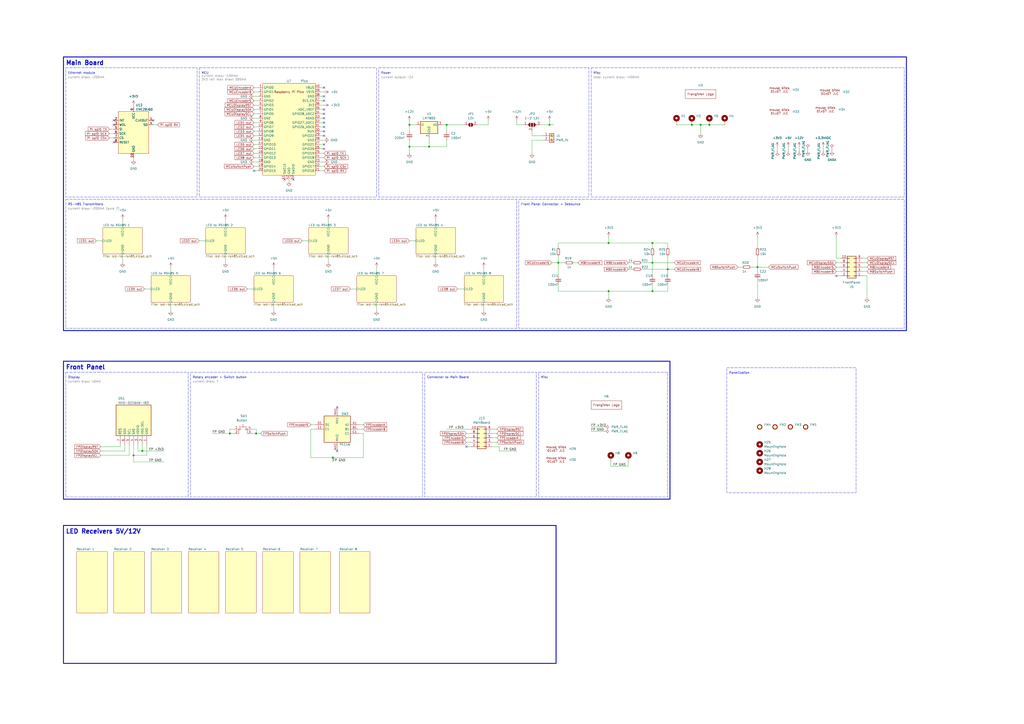
<source format=kicad_sch>
(kicad_sch (version 20230121) (generator eeschema)
  (paper "A2")
  (title_block (title "RP2040 LED Board") (date "2024-01-04") (rev "2") (company "Frangitron"))
  (junction (at 411.48 72.39))
  (junction (at 406.4 72.39))
  (junction (at 248.92 85.09))
  (junction (at 387.35 156.21))
  (junction (at 148.59 251.46))
  (junction (at 237.49 85.09))
  (junction (at 323.85 152.4))
  (junction (at 353.06 168.91))
  (junction (at 259.08 72.39))
  (junction (at 378.46 152.4))
  (junction (at 401.32 72.39))
  (junction (at 133.35 251.46))
  (junction (at 77.47 264.16))
  (junction (at 439.42 154.94))
  (junction (at 378.46 168.91))
  (junction (at 353.06 140.97))
  (junction (at 193.04 265.43))
  (junction (at 82.55 261.62))
  (junction (at 318.77 72.39))
  (junction (at 237.49 72.39))
  (junction (at 378.46 140.97))
  (no_connect (at 195.58 236.22))
  (no_connect (at 66.04 69.85))
  (no_connect (at 187.96 83.82))
  (no_connect (at 187.96 73.66))
  (no_connect (at 187.96 50.8))
  (no_connect (at 187.96 68.58))
  (no_connect (at 187.96 58.42))
  (no_connect (at 195.58 261.62))
  (no_connect (at 187.96 55.88))
  (no_connect (at 187.96 78.74))
  (no_connect (at 187.96 86.36))
  (no_connect (at 66.04 72.39))
  (no_connect (at 88.9 69.85))
  (no_connect (at 187.96 63.5))
  (no_connect (at 66.04 82.55))
  (no_connect (at 170.18 104.14))
  (no_connect (at 165.1 104.14))
  (no_connect (at 147.32 99.06))
  (no_connect (at 187.96 76.2))
  (no_connect (at 187.96 71.12))
  (no_connect (at 485.14 160.02))
  (no_connect (at 270.51 259.08))
  (no_connect (at 187.96 66.04))
  (wire (pts (xy 237.49 85.09) (xy 248.92 85.09)))
  (wire (pts (xy 439.42 137.16) (xy 439.42 143.51)))
  (wire (pts (xy 175.26 139.7) (xy 179.07 139.7)))
  (wire (pts (xy 148.59 251.46) (xy 146.05 251.46)))
  (wire (pts (xy 193.04 265.43) (xy 210.82 265.43)))
  (wire (pts (xy 411.48 72.39) (xy 420.37 72.39)))
  (wire (pts (xy 265.43 167.64) (xy 269.24 167.64)))
  (wire (pts (xy 482.6 86.36) (xy 482.6 87.63)))
  (wire (pts (xy 289.56 261.62) (xy 299.72 261.62)))
  (wire (pts (xy 364.49 270.51) (xy 354.33 270.51)))
  (wire (pts (xy 318.77 69.85) (xy 318.77 72.39)))
  (wire (pts (xy 392.43 72.39) (xy 401.32 72.39)))
  (wire (pts (xy 285.75 248.92) (xy 288.29 248.92)))
  (wire (pts (xy 182.88 248.92) (xy 180.34 248.92)))
  (wire (pts (xy 237.49 139.7) (xy 241.3 139.7)))
  (wire (pts (xy 71.12 147.32) (xy 71.12 152.4)))
  (wire (pts (xy 147.32 53.34) (xy 149.86 53.34)))
  (wire (pts (xy 180.34 265.43) (xy 193.04 265.43)))
  (wire (pts (xy 151.13 251.46) (xy 148.59 251.46)))
  (wire (pts (xy 147.32 66.04) (xy 149.86 66.04)))
  (wire (pts (xy 500.38 154.94) (xy 502.92 154.94)))
  (wire (pts (xy 299.72 72.39) (xy 303.53 72.39)))
  (wire (pts (xy 378.46 168.91) (xy 378.46 165.1)))
  (wire (pts (xy 88.9 72.39) (xy 91.44 72.39)))
  (wire (pts (xy 185.42 86.36) (xy 187.96 86.36)))
  (wire (pts (xy 285.75 256.54) (xy 288.29 256.54)))
  (wire (pts (xy 185.42 76.2) (xy 187.96 76.2)))
  (wire (pts (xy 185.42 60.96) (xy 187.96 60.96)))
  (wire (pts (xy 487.68 160.02) (xy 485.14 160.02)))
  (wire (pts (xy 130.81 127) (xy 130.81 132.08)))
  (wire (pts (xy 147.32 96.52) (xy 149.86 96.52)))
  (wire (pts (xy 143.51 167.64) (xy 147.32 167.64)))
  (wire (pts (xy 378.46 148.59) (xy 378.46 152.4)))
  (wire (pts (xy 158.75 175.26) (xy 158.75 180.34)))
  (wire (pts (xy 485.14 154.94) (xy 487.68 154.94)))
  (wire (pts (xy 77.47 267.97) (xy 95.25 267.97)))
  (wire (pts (xy 185.42 53.34) (xy 187.96 53.34)))
  (wire (pts (xy 58.42 261.62) (xy 72.39 261.62)))
  (wire (pts (xy 378.46 140.97) (xy 378.46 143.51)))
  (wire (pts (xy 270.51 256.54) (xy 273.05 256.54)))
  (wire (pts (xy 185.42 66.04) (xy 187.96 66.04)))
  (wire (pts (xy 500.38 160.02) (xy 502.92 160.02)))
  (wire (pts (xy 401.32 72.39) (xy 406.4 72.39)))
  (wire (pts (xy 82.55 257.81) (xy 82.55 261.62)))
  (wire (pts (xy 218.44 154.94) (xy 218.44 160.02)))
  (wire (pts (xy 252.73 147.32) (xy 252.73 152.4)))
  (wire (pts (xy 218.44 175.26) (xy 218.44 180.34)))
  (wire (pts (xy 342.9 247.65) (xy 350.52 247.65)))
  (wire (pts (xy 208.28 248.92) (xy 210.82 248.92)))
  (wire (pts (xy 256.54 72.39) (xy 259.08 72.39)))
  (wire (pts (xy 308.61 81.28) (xy 314.96 81.28)))
  (wire (pts (xy 406.4 72.39) (xy 406.4 77.47)))
  (wire (pts (xy 147.32 88.9) (xy 149.86 88.9)))
  (wire (pts (xy 439.42 154.94) (xy 435.61 154.94)))
  (wire (pts (xy 185.42 93.98) (xy 187.96 93.98)))
  (wire (pts (xy 208.28 246.38) (xy 210.82 246.38)))
  (wire (pts (xy 270.51 251.46) (xy 273.05 251.46)))
  (wire (pts (xy 115.57 139.7) (xy 119.38 139.7)))
  (wire (pts (xy 270.51 254) (xy 273.05 254)))
  (wire (pts (xy 353.06 168.91) (xy 378.46 168.91)))
  (wire (pts (xy 485.14 137.16) (xy 485.14 149.86)))
  (wire (pts (xy 468.63 86.36) (xy 468.63 87.63)))
  (wire (pts (xy 77.47 91.44) (xy 77.47 92.71)))
  (wire (pts (xy 372.11 152.4) (xy 378.46 152.4)))
  (wire (pts (xy 210.82 265.43) (xy 210.82 251.46)))
  (wire (pts (xy 353.06 168.91) (xy 353.06 172.72)))
  (wire (pts (xy 185.42 73.66) (xy 187.96 73.66)))
  (wire (pts (xy 364.49 267.97) (xy 364.49 270.51)))
  (wire (pts (xy 147.32 58.42) (xy 149.86 58.42)))
  (wire (pts (xy 342.9 250.19) (xy 350.52 250.19)))
  (wire (pts (xy 185.42 96.52) (xy 187.96 96.52)))
  (wire (pts (xy 323.85 140.97) (xy 353.06 140.97)))
  (wire (pts (xy 147.32 68.58) (xy 149.86 68.58)))
  (wire (pts (xy 237.49 69.85) (xy 237.49 72.39)))
  (wire (pts (xy 185.42 68.58) (xy 187.96 68.58)))
  (wire (pts (xy 147.32 81.28) (xy 149.86 81.28)))
  (wire (pts (xy 439.42 154.94) (xy 445.77 154.94)))
  (wire (pts (xy 332.74 152.4) (xy 335.28 152.4)))
  (wire (pts (xy 185.42 83.82) (xy 187.96 83.82)))
  (wire (pts (xy 147.32 86.36) (xy 149.86 86.36)))
  (wire (pts (xy 85.09 264.16) (xy 85.09 257.81)))
  (wire (pts (xy 259.08 248.92) (xy 273.05 248.92)))
  (wire (pts (xy 259.08 72.39) (xy 259.08 76.2)))
  (wire (pts (xy 185.42 99.06) (xy 187.96 99.06)))
  (wire (pts (xy 180.34 248.92) (xy 180.34 265.43)))
  (wire (pts (xy 193.04 267.97) (xy 193.04 265.43)))
  (wire (pts (xy 323.85 148.59) (xy 323.85 152.4)))
  (wire (pts (xy 135.89 248.92) (xy 133.35 248.92)))
  (wire (pts (xy 378.46 152.4) (xy 391.16 152.4)))
  (wire (pts (xy 439.42 148.59) (xy 439.42 154.94)))
  (wire (pts (xy 427.99 154.94) (xy 430.53 154.94)))
  (wire (pts (xy 190.5 147.32) (xy 190.5 152.4)))
  (wire (pts (xy 280.67 154.94) (xy 280.67 160.02)))
  (wire (pts (xy 308.61 76.2) (xy 308.61 78.74)))
  (wire (pts (xy 147.32 78.74) (xy 149.86 78.74)))
  (wire (pts (xy 299.72 69.85) (xy 299.72 72.39)))
  (wire (pts (xy 99.06 175.26) (xy 99.06 180.34)))
  (wire (pts (xy 123.19 251.46) (xy 133.35 251.46)))
  (wire (pts (xy 285.75 254) (xy 288.29 254)))
  (wire (pts (xy 185.42 81.28) (xy 187.96 81.28)))
  (wire (pts (xy 147.32 50.8) (xy 149.86 50.8)))
  (wire (pts (xy 77.47 62.23) (xy 77.47 60.96)))
  (wire (pts (xy 320.04 152.4) (xy 323.85 152.4)))
  (wire (pts (xy 185.42 55.88) (xy 187.96 55.88)))
  (wire (pts (xy 210.82 251.46) (xy 208.28 251.46)))
  (wire (pts (xy 285.75 251.46) (xy 288.29 251.46)))
  (wire (pts (xy 387.35 156.21) (xy 387.35 160.02)))
  (wire (pts (xy 74.93 264.16) (xy 74.93 257.81)))
  (wire (pts (xy 308.61 78.74) (xy 314.96 78.74)))
  (wire (pts (xy 439.42 154.94) (xy 439.42 157.48)))
  (wire (pts (xy 69.85 257.81) (xy 69.85 259.08)))
  (wire (pts (xy 387.35 140.97) (xy 378.46 140.97)))
  (wire (pts (xy 185.42 58.42) (xy 187.96 58.42)))
  (wire (pts (xy 252.73 127) (xy 252.73 132.08)))
  (wire (pts (xy 180.34 246.38) (xy 182.88 246.38)))
  (wire (pts (xy 259.08 72.39) (xy 269.24 72.39)))
  (wire (pts (xy 190.5 127) (xy 190.5 132.08)))
  (wire (pts (xy 500.38 152.4) (xy 502.92 152.4)))
  (wire (pts (xy 72.39 261.62) (xy 72.39 257.81)))
  (wire (pts (xy 259.08 81.28) (xy 259.08 85.09)))
  (wire (pts (xy 147.32 99.06) (xy 149.86 99.06)))
  (wire (pts (xy 58.42 264.16) (xy 74.93 264.16)))
  (wire (pts (xy 167.64 104.14) (xy 167.64 105.41)))
  (wire (pts (xy 69.85 259.08) (xy 58.42 259.08)))
  (wire (pts (xy 248.92 80.01) (xy 248.92 85.09)))
  (wire (pts (xy 502.92 160.02) (xy 502.92 172.72)))
  (wire (pts (xy 406.4 72.39) (xy 411.48 72.39)))
  (wire (pts (xy 463.55 85.09) (xy 463.55 87.63)))
  (wire (pts (xy 147.32 55.88) (xy 149.86 55.88)))
  (wire (pts (xy 80.01 261.62) (xy 80.01 257.81)))
  (wire (pts (xy 308.61 81.28) (xy 308.61 88.9)))
  (wire (pts (xy 185.42 91.44) (xy 187.96 91.44)))
  (wire (pts (xy 82.55 261.62) (xy 95.25 261.62)))
  (wire (pts (xy 323.85 168.91) (xy 353.06 168.91)))
  (wire (pts (xy 55.88 139.7) (xy 59.69 139.7)))
  (wire (pts (xy 387.35 143.51) (xy 387.35 140.97)))
  (wire (pts (xy 500.38 149.86) (xy 502.92 149.86)))
  (wire (pts (xy 71.12 127) (xy 71.12 132.08)))
  (wire (pts (xy 323.85 165.1) (xy 323.85 168.91)))
  (wire (pts (xy 148.59 248.92) (xy 148.59 251.46)))
  (wire (pts (xy 387.35 165.1) (xy 387.35 168.91)))
  (wire (pts (xy 147.32 63.5) (xy 149.86 63.5)))
  (wire (pts (xy 203.2 167.64) (xy 207.01 167.64)))
  (wire (pts (xy 237.49 81.28) (xy 237.49 85.09)))
  (wire (pts (xy 63.5 77.47) (xy 66.04 77.47)))
  (wire (pts (xy 387.35 168.91) (xy 378.46 168.91)))
  (wire (pts (xy 83.82 167.64) (xy 87.63 167.64)))
  (wire (pts (xy 387.35 156.21) (xy 391.16 156.21)))
  (wire (pts (xy 147.32 93.98) (xy 149.86 93.98)))
  (wire (pts (xy 130.81 147.32) (xy 130.81 152.4)))
  (wire (pts (xy 248.92 85.09) (xy 259.08 85.09)))
  (wire (pts (xy 133.35 248.92) (xy 133.35 251.46)))
  (wire (pts (xy 485.14 152.4) (xy 487.68 152.4)))
  (wire (pts (xy 63.5 80.01) (xy 66.04 80.01)))
  (wire (pts (xy 372.11 156.21) (xy 387.35 156.21)))
  (wire (pts (xy 353.06 137.16) (xy 353.06 140.97)))
  (wire (pts (xy 147.32 60.96) (xy 149.86 60.96)))
  (wire (pts (xy 82.55 261.62) (xy 80.01 261.62)))
  (wire (pts (xy 77.47 264.16) (xy 77.47 267.97)))
  (wire (pts (xy 147.32 71.12) (xy 149.86 71.12)))
  (wire (pts (xy 99.06 154.94) (xy 99.06 160.02)))
  (wire (pts (xy 280.67 175.26) (xy 280.67 180.34)))
  (wire (pts (xy 237.49 72.39) (xy 241.3 72.39)))
  (wire (pts (xy 289.56 261.62) (xy 289.56 259.08)))
  (wire (pts (xy 147.32 76.2) (xy 149.86 76.2)))
  (wire (pts (xy 323.85 152.4) (xy 327.66 152.4)))
  (wire (pts (xy 500.38 157.48) (xy 502.92 157.48)))
  (wire (pts (xy 450.85 85.09) (xy 450.85 87.63)))
  (wire (pts (xy 387.35 148.59) (xy 387.35 156.21)))
  (wire (pts (xy 147.32 73.66) (xy 149.86 73.66)))
  (wire (pts (xy 185.42 78.74) (xy 187.96 78.74)))
  (wire (pts (xy 63.5 74.93) (xy 66.04 74.93)))
  (wire (pts (xy 283.21 72.39) (xy 276.86 72.39)))
  (wire (pts (xy 323.85 143.51) (xy 323.85 140.97)))
  (wire (pts (xy 439.42 162.56) (xy 439.42 172.72)))
  (wire (pts (xy 146.05 248.92) (xy 148.59 248.92)))
  (wire (pts (xy 158.75 154.94) (xy 158.75 160.02)))
  (wire (pts (xy 378.46 152.4) (xy 378.46 160.02)))
  (wire (pts (xy 318.77 72.39) (xy 321.31 72.39)))
  (wire (pts (xy 237.49 72.39) (xy 237.49 76.2)))
  (wire (pts (xy 485.14 157.48) (xy 487.68 157.48)))
  (wire (pts (xy 77.47 257.81) (xy 77.47 264.16)))
  (wire (pts (xy 283.21 69.85) (xy 283.21 72.39)))
  (wire (pts (xy 477.52 85.09) (xy 477.52 87.63)))
  (wire (pts (xy 185.42 88.9) (xy 187.96 88.9)))
  (wire (pts (xy 85.09 264.16) (xy 77.47 264.16)))
  (wire (pts (xy 147.32 91.44) (xy 149.86 91.44)))
  (wire (pts (xy 147.32 83.82) (xy 149.86 83.82)))
  (wire (pts (xy 354.33 270.51) (xy 354.33 267.97)))
  (wire (pts (xy 185.42 71.12) (xy 187.96 71.12)))
  (wire (pts (xy 185.42 63.5) (xy 187.96 63.5)))
  (wire (pts (xy 323.85 152.4) (xy 323.85 160.02)))
  (wire (pts (xy 353.06 140.97) (xy 378.46 140.97)))
  (wire (pts (xy 313.69 72.39) (xy 318.77 72.39)))
  (wire (pts (xy 273.05 259.08) (xy 270.51 259.08)))
  (wire (pts (xy 133.35 251.46) (xy 135.89 251.46)))
  (wire (pts (xy 364.49 152.4) (xy 367.03 152.4)))
  (wire (pts (xy 185.42 50.8) (xy 187.96 50.8)))
  (wire (pts (xy 285.75 259.08) (xy 289.56 259.08)))
  (wire (pts (xy 485.14 149.86) (xy 487.68 149.86)))
  (wire (pts (xy 364.49 156.21) (xy 367.03 156.21)))
  (wire (pts (xy 237.49 85.09) (xy 237.49 88.9)))
  (wire (pts (xy 457.2 85.09) (xy 457.2 87.63)))
  (rectangle (start 36.83 304.8) (end 322.58 384.81) (stroke (width 0.5)))
  (rectangle (start 115.57 39.37) (end 218.44 114.3) (stroke (width 0) (type dash)))
  (rectangle (start 246.38 215.9) (end 311.15 288.29) (stroke (width 0) (type dash)))
  (rectangle (start 110.49 215.9) (end 245.11 288.29) (stroke (width 0) (type dash)))
  (rectangle (start 38.1 39.37) (end 114.3 114.3) (stroke (width 0) (type dash)))
  (rectangle (start 38.1 215.9) (end 109.22 288.29) (stroke (width 0) (type dash)))
  (rectangle (start 36.83 33.02) (end 525.78 191.77) (stroke (width 0.5)))
  (rectangle (start 312.42 215.9) (end 387.35 288.29) (stroke (width 0) (type dash)))
  (rectangle (start 342.9 39.37) (end 524.51 114.3) (stroke (width 0) (type dash)))
  (rectangle (start 36.83 209.55) (end 388.62 289.56) (stroke (width 0.5)))
  (rectangle (start 219.71 39.37) (end 341.63 114.3) (stroke (width 0) (type dash)))
  (rectangle (start 300.99 115.57) (end 524.51 190.5) (stroke (width 0) (type dash)))
  (rectangle (start 421.64 213.36) (end 496.57 285.75) (stroke (width 0) (type dash)))
  (rectangle (start 38.1 115.57) (end 299.72 190.5) (stroke (width 0) (type dash)))
  (text "current draw: ?" (at 111.76 222.25 0) (effects (font (size 1.27 1.27)) (justify left bottom)))
  (text "current draw: ~200mA (sure ?)" (at 39.37 121.92 0) (effects (font (size 1.27 1.27)) (justify left bottom)))
  (text "Front Panel Connector + Debounce" (at 302.26 119.38 0) (effects (font (size 1.27 1.27)) (justify left bottom)))
  (text "total current draw: ~400mA" (at 344.17 45.72 0) (effects (font (size 1.27 1.27)) (justify left bottom)))
  (text "Misc" (at 344.17 43.18 0) (effects (font (size 1.27 1.27)) (justify left bottom)))
  (text "MCU" (at 116.84 43.18 0) (effects (font (size 1.27 1.27)) (justify left bottom)))
  (text "current draw: 40mA" (at 39.37 222.25 0) (effects (font (size 1.27 1.27)) (justify left bottom)))
  (text "Panelization" (at 422.91 217.17 0) (effects (font (size 1.27 1.27)) (justify left bottom)))
  (text "Connector to Main Board" (at 247.65 219.71 0) (effects (font (size 1.27 1.27)) (justify left bottom)))
  (text "Ethernet module" (at 39.37 43.18 0) (effects (font (size 1.27 1.27)) (justify left bottom)))
  (text "Front Panel" (at 38.1 214.63 0) (effects (font (size 2.54 2.54) (thickness 0.508) bold) (justify left bottom)))
  (text "Rotary encoder + Switch button" (at 111.76 219.71 0) (effects (font (size 1.27 1.27)) (justify left bottom)))
  (text "current draw: ~100mA\n3V3 rail max draw: 300mA" (at 116.84 46.99 0) (effects (font (size 1.27 1.27)) (justify left bottom)))
  (text "LED Receivers 5V/12V" (at 38.1 309.88 0) (effects (font (size 2.54 2.54) (thickness 0.508) bold) (justify left bottom)))
  (text "current draw: ~200mA" (at 39.37 45.72 0) (effects (font (size 1.27 1.27)) (justify left bottom)))
  (text "Main Board" (at 38.1 38.1 0) (effects (font (size 2.54 2.54) (thickness 0.508) bold) (justify left bottom)))
  (text "Power" (at 220.98 43.18 0) (effects (font (size 1.27 1.27)) (justify left bottom)))
  (text "RS-485 Transmitters" (at 39.37 119.38 0) (effects (font (size 1.27 1.27)) (justify left bottom)))
  (text "current output: ~1A " (at 220.98 45.72 0) (effects (font (size 1.27 1.27)) (justify left bottom)))
  (text "Misc" (at 313.69 219.71 0) (effects (font (size 1.27 1.27)) (justify left bottom)))
  (text "Display" (at 39.37 219.71 0) (effects (font (size 1.27 1.27)) (justify left bottom)))
  (label "FP GND" (at 123.19 251.46 0))
  (label "FP GND" (at 355.6 270.51 0))
  (label "FP +3V3" (at 342.9 247.65 0))
  (label "FP GND" (at 193.04 267.97 0))
  (label "FP GND" (at 86.36 267.97 0))
  (label "FP GND" (at 292.1 261.62 0))
  (label "FP +3V3" (at 260.35 248.92 0))
  (label "FP GND" (at 342.9 250.19 0))
  (label "FP +3V3" (at 86.36 261.62 0))
  (global_label "LED6 out" (shape input) (at 143.51 167.64 180) (property "Intersheetrefs" "${INTERSHEET_REFS}" (effects hide)))
  (global_label "MCUDisplaySDA" (shape input) (at 147.32 63.5 180) (property "Intersheetrefs" "${INTERSHEET_REFS}" (effects hide)))
  (global_label "MBEncoderS" (shape input) (at 335.28 152.4 0) (property "Intersheetrefs" "${INTERSHEET_REFS}" (effects hide)))
  (global_label "PI spi0 SCK" (shape input) (at 187.96 91.44 0) (property "Intersheetrefs" "${INTERSHEET_REFS}" (effects hide)))
  (global_label "LED7 out" (shape input) (at 203.2 167.64 180) (property "Intersheetrefs" "${INTERSHEET_REFS}" (effects hide)))
  (global_label "PI spi0 TX" (shape input) (at 187.96 88.9 0) (property "Intersheetrefs" "${INTERSHEET_REFS}" (effects hide)))
  (global_label "MCUEncoderB" (shape input) (at 391.16 156.21 0) (property "Intersheetrefs" "${INTERSHEET_REFS}" (effects hide)))
  (global_label "LED5 out" (shape input) (at 147.32 83.82 180) (property "Intersheetrefs" "${INTERSHEET_REFS}" (effects hide)))
  (global_label "LED5 out" (shape input) (at 83.82 167.64 180) (property "Intersheetrefs" "${INTERSHEET_REFS}" (effects hide)))
  (global_label "MCUSwitchPush" (shape input) (at 445.77 154.94 0) (property "Intersheetrefs" "${INTERSHEET_REFS}" (effects hide)))
  (global_label "FPSwitchPush" (shape input) (at 288.29 256.54 0) (property "Intersheetrefs" "${INTERSHEET_REFS}" (effects hide)))
  (global_label "LED4 out" (shape input) (at 147.32 78.74 180) (property "Intersheetrefs" "${INTERSHEET_REFS}" (effects hide)))
  (global_label "MBEncoderA" (shape input) (at 364.49 152.4 180) (property "Intersheetrefs" "${INTERSHEET_REFS}" (effects hide)))
  (global_label "MBEncoderB" (shape input) (at 364.49 156.21 180) (property "Intersheetrefs" "${INTERSHEET_REFS}" (effects hide)))
  (global_label "MBEncoderB" (shape input) (at 485.14 157.48 180) (property "Intersheetrefs" "${INTERSHEET_REFS}" (effects hide)))
  (global_label "FPEncoderS" (shape input) (at 180.34 246.38 180) (property "Intersheetrefs" "${INTERSHEET_REFS}" (effects hide)))
  (global_label "FPDisplaySCL" (shape input) (at 288.29 251.46 0) (property "Intersheetrefs" "${INTERSHEET_REFS}" (effects hide)))
  (global_label "FPEncoderA" (shape input) (at 210.82 246.38 0) (property "Intersheetrefs" "${INTERSHEET_REFS}" (effects hide)))
  (global_label "LED6 out" (shape input) (at 147.32 86.36 180) (property "Intersheetrefs" "${INTERSHEET_REFS}" (effects hide)))
  (global_label "MCUEncoderS" (shape input) (at 320.04 152.4 180) (property "Intersheetrefs" "${INTERSHEET_REFS}" (effects hide)))
  (global_label "FPDisplayRST" (shape input) (at 288.29 248.92 0) (property "Intersheetrefs" "${INTERSHEET_REFS}" (effects hide)))
  (global_label "MBSwitchPush" (shape input) (at 427.99 154.94 180) (property "Intersheetrefs" "${INTERSHEET_REFS}" (effects hide)))
  (global_label "FPEncoderS" (shape input) (at 270.51 254 180) (property "Intersheetrefs" "${INTERSHEET_REFS}" (effects hide)))
  (global_label "FPSwitchPush" (shape input) (at 151.13 251.46 0) (property "Intersheetrefs" "${INTERSHEET_REFS}" (effects hide)))
  (global_label "MCUSwitchPush" (shape input) (at 147.32 96.52 180) (property "Intersheetrefs" "${INTERSHEET_REFS}" (effects hide)))
  (global_label "LED7 out" (shape input) (at 147.32 88.9 180) (property "Intersheetrefs" "${INTERSHEET_REFS}" (effects hide)))
  (global_label "PI spi0 RX" (shape input) (at 91.44 72.39 0) (property "Intersheetrefs" "${INTERSHEET_REFS}" (effects hide)))
  (global_label "MBSwitchPush" (shape input) (at 502.92 157.48 0) (property "Intersheetrefs" "${INTERSHEET_REFS}" (effects hide)))
  (global_label "PI spi0 SCK" (shape input) (at 63.5 77.47 180) (property "Intersheetrefs" "${INTERSHEET_REFS}" (effects hide)))
  (global_label "PI spi0 CSn" (shape input) (at 63.5 80.01 180) (property "Intersheetrefs" "${INTERSHEET_REFS}" (effects hide)))
  (global_label "MCUDisplaySCL" (shape input) (at 502.92 152.4 0) (property "Intersheetrefs" "${INTERSHEET_REFS}" (effects hide)))
  (global_label "PI spi0 CSn" (shape input) (at 187.96 96.52 0) (property "Intersheetrefs" "${INTERSHEET_REFS}" (effects hide)))
  (global_label "LED1 out" (shape input) (at 55.88 139.7 180) (property "Intersheetrefs" "${INTERSHEET_REFS}" (effects hide)))
  (global_label "LED4 out" (shape input) (at 237.49 139.7 180) (property "Intersheetrefs" "${INTERSHEET_REFS}" (effects hide)))
  (global_label "MBEncoderA" (shape input) (at 502.92 154.94 0) (property "Intersheetrefs" "${INTERSHEET_REFS}" (effects hide)))
  (global_label "MCUEncoderB" (shape input) (at 147.32 53.34 180) (property "Intersheetrefs" "${INTERSHEET_REFS}" (effects hide)))
  (global_label "LED2 out" (shape input) (at 147.32 73.66 180) (property "Intersheetrefs" "${INTERSHEET_REFS}" (effects hide)))
  (global_label "MCUDisplayRST" (shape input) (at 147.32 60.96 180) (property "Intersheetrefs" "${INTERSHEET_REFS}" (effects hide)))
  (global_label "LED3 out" (shape input) (at 147.32 76.2 180) (property "Intersheetrefs" "${INTERSHEET_REFS}" (effects hide)))
  (global_label "MCUDisplaySDA" (shape input) (at 485.14 152.4 180) (property "Intersheetrefs" "${INTERSHEET_REFS}" (effects hide)))
  (global_label "MCUDisplaySCL" (shape input) (at 147.32 66.04 180) (property "Intersheetrefs" "${INTERSHEET_REFS}" (effects hide)))
  (global_label "PI spi0 TX" (shape input) (at 63.5 74.93 180) (property "Intersheetrefs" "${INTERSHEET_REFS}" (effects hide)))
  (global_label "FPDisplaySDA" (shape input) (at 58.42 261.62 180) (property "Intersheetrefs" "${INTERSHEET_REFS}" (effects hide)))
  (global_label "FPEncoderB" (shape input) (at 270.51 256.54 180) (property "Intersheetrefs" "${INTERSHEET_REFS}" (effects hide)))
  (global_label "FPDisplayRST" (shape input) (at 58.42 259.08 180) (property "Intersheetrefs" "${INTERSHEET_REFS}" (effects hide)))
  (global_label "MCUEncoderA" (shape input) (at 391.16 152.4 0) (property "Intersheetrefs" "${INTERSHEET_REFS}" (effects hide)))
  (global_label "FPEncoderB" (shape input) (at 210.82 248.92 0) (property "Intersheetrefs" "${INTERSHEET_REFS}" (effects hide)))
  (global_label "MCUEncoderS" (shape input) (at 147.32 58.42 180) (property "Intersheetrefs" "${INTERSHEET_REFS}" (effects hide)))
  (global_label "MBEncoderS" (shape input) (at 485.14 154.94 180) (property "Intersheetrefs" "${INTERSHEET_REFS}" (effects hide)))
  (global_label "MCUDisplayRST" (shape input) (at 502.92 149.86 0) (property "Intersheetrefs" "${INTERSHEET_REFS}" (effects hide)))
  (global_label "PI spi0 RX" (shape input) (at 187.96 99.06 0) (property "Intersheetrefs" "${INTERSHEET_REFS}" (effects hide)))
  (global_label "FPDisplaySDA" (shape input) (at 270.51 251.46 180) (property "Intersheetrefs" "${INTERSHEET_REFS}" (effects hide)))
  (global_label "LED1 out" (shape input) (at 147.32 71.12 180) (property "Intersheetrefs" "${INTERSHEET_REFS}" (effects hide)))
  (global_label "LED8 out" (shape input) (at 147.32 91.44 180) (property "Intersheetrefs" "${INTERSHEET_REFS}" (effects hide)))
  (global_label "LED2 out" (shape input) (at 115.57 139.7 180) (property "Intersheetrefs" "${INTERSHEET_REFS}" (effects hide)))
  (global_label "FPEncoderA" (shape input) (at 288.29 254 0) (property "Intersheetrefs" "${INTERSHEET_REFS}" (effects hide)))
  (global_label "FPDisplaySCL" (shape input) (at 58.42 264.16 180) (property "Intersheetrefs" "${INTERSHEET_REFS}" (effects hide)))
  (global_label "MCUEncoderA" (shape input) (at 147.32 50.8 180) (property "Intersheetrefs" "${INTERSHEET_REFS}" (effects hide)))
  (global_label "LED8 out" (shape input) (at 265.43 167.64 180) (property "Intersheetrefs" "${INTERSHEET_REFS}" (effects hide)))
  (global_label "LED3 out" (shape input) (at 175.26 139.7 180) (property "Intersheetrefs" "${INTERSHEET_REFS}" (effects hide)))
  (symbol (lib_id "power:GND") (at 167.64 105.41 0) (unit 1)
    (property "Reference" "#PWR034" (effects hide))
    (property "Value" "GND" (at 167.64 110.49 0))
  )
  (symbol (lib_id "power:+5V") (at 218.44 154.94 0) (unit 1)
    (property "Reference" "#PWR017" (effects hide))
    (property "Value" "+5V" (at 218.44 149.86 0))
  )
  (symbol (lib_id "Device:C_Small") (at 387.35 162.56 0) (mirror y) (unit 1)
    (property "Reference" "C13" (at 387.35 160.02 0) (effects (justify left)))
    (property "Value" "100nF" (at 387.35 165.1 0) (effects (justify left)))
    (property "Footprint" "Capacitor_SMD:C_0603_1608Metric" (effects hide))
    (property "LCSC Part Number" "C1525" (effects hide))
    (property "LCSC Part #" "C1525" (effects hide))
  )
  (symbol (lib_id "Library:mouse-bites-1x07-jlc") (at 322.58 260.35 0) (unit 1)
    (property "Reference" "H29" (at 330.2 260.35 0) (effects (justify left)))
    (property "Value" "~" (at 322.58 260.35 0))
    (property "Footprint" "Library:mouse-bites-1x07-jlc" (effects hide))
  )
  (symbol (lib_id "Library:mouse-bites-1x07-jlc") (at 322.58 266.7 0) (unit 1)
    (property "Reference" "H30" (at 330.2 266.7 0) (effects (justify left)))
    (property "Value" "~" (at 322.58 266.7 0))
    (property "Footprint" "Library:mouse-bites-1x07-jlc" (effects hide))
  )
  (symbol (lib_id "Frangitron:Frangitron_logo") (at 406.4 54.61 0) (unit 1)
    (property "Reference" "H3" (at 406.4 49.53 0))
    (property "Value" "~" (at 406.4 54.61 0))
    (property "Footprint" "Frangitron:frangitron_logo_16mm" (effects hide))
  )
  (symbol (lib_id "Mechanical:MountingHole") (at 440.69 257.81 0) (unit 1)
    (property "Reference" "H25" (at 443.23 256.54 0) (effects (justify left)))
    (property "Value" "MountingHole" (at 443.23 259.08 0) (effects (justify left)))
    (property "Footprint" "MountingHole:MountingHole_2mm" (effects hide))
  )
  (symbol (lib_id "power:GND") (at 130.81 152.4 0) (mirror y) (unit 1)
    (property "Reference" "#PWR04" (effects hide))
    (property "Value" "GND" (at 130.81 157.48 0))
  )
  (symbol (lib_id "power:GND") (at 147.32 55.88 270) (unit 1)
    (property "Reference" "#PWR030" (effects hide))
    (property "Value" "GND" (at 143.51 55.88 90) (effects (justify right)))
  )
  (symbol (lib_id "Device:R_Small") (at 369.57 152.4 270) (mirror x) (unit 1)
    (property "Reference" "R21" (at 372.11 151.13 90) (effects (justify left)))
    (property "Value" "1k" (at 364.49 151.13 90) (effects (justify left)))
    (property "Footprint" "Resistor_SMD:R_0402_1005Metric" (effects hide))
    (property "LCSC Part Number" "C4328" (effects hide))
    (property "LCSC Part #" "C4328" (effects hide))
  )
  (symbol (lib_id "power:+3.3VADC") (at 477.52 85.09 0) (unit 1)
    (property "Reference" "#PWR065" (effects hide))
    (property "Value" "+3.3VADC" (at 477.52 80.01 0))
  )
  (symbol (lib_id "MCU_RaspberryPi_and_Boards:Pico") (at 167.64 74.93 0) (unit 1)
    (property "Reference" "U7" (at 167.64 46.99 0))
    (property "Value" "Pico" (at 176.53 46.99 0))
    (property "Footprint" "RPi_Pico:RPi_Pico_SMD_TH" (effects hide))
  )
  (symbol (lib_id "Device:R_Small") (at 323.85 146.05 0) (mirror y) (unit 1)
    (property "Reference" "R1" (at 322.58 144.78 0) (effects (justify left)))
    (property "Value" "10k" (at 322.58 147.3169 0) (effects (justify left)))
    (property "Footprint" "Resistor_SMD:R_0402_1005Metric" (effects hide))
    (property "LCSC Part Number" "C4328" (effects hide))
    (property "LCSC Part #" "C4328" (effects hide))
  )
  (symbol (lib_id "power:GND") (at 187.96 81.28 90) (unit 1)
    (property "Reference" "#PWR038" (effects hide))
    (property "Value" "GND" (at 191.77 81.28 90) (effects (justify right)))
  )
  (symbol (lib_id "Library:mouse-bites-1x07-jlc") (at 481.33 53.34 0) (unit 1)
    (property "Reference" "H32" (at 488.95 53.34 0) (effects (justify left)))
    (property "Value" "~" (at 481.33 53.34 0))
    (property "Footprint" "Library:mouse-bites-1x07-jlc" (effects hide))
  )
  (symbol (lib_id "Mechanical:Fiducial") (at 458.47 247.65 0) (unit 1) (in_bom no)
    (property "Reference" "FM3" (at 461.01 246.38 0) (effects (justify left)))
    (property "Value" "Fiducial" (effects hide))
    (property "Footprint" "Fiducial:Fiducial_1mm_Mask2mm" (effects hide))
  )
  (symbol (lib_id "Library:mouse-bites-1x07-jlc") (at 452.12 64.77 0) (unit 1)
    (property "Reference" "H33" (at 459.74 64.77 0) (effects (justify left)))
    (property "Value" "~" (at 452.12 64.77 0))
    (property "Footprint" "Library:mouse-bites-1x07-jlc" (effects hide))
  )
  (symbol (lib_id "power:+3V3") (at 485.14 137.16 0) (mirror y) (unit 1)
    (property "Reference" "#PWR073" (effects hide))
    (property "Value" "+3V3" (at 485.14 132.08 0))
  )
  (symbol (lib_id "Mechanical:MountingHole_Pad") (at 411.48 69.85 0) (unit 1) (in_bom no)
    (property "Reference" "H5" (at 414.02 67.31 0) (effects (justify left)))
    (property "Value" "MountingHole_Pad" (effects hide))
    (property "Footprint" "MountingHole:MountingHole_3.2mm_M3_Pad" (effects hide))
  )
  (symbol (lib_id "Library:mouse-bites-1x07-jlc") (at 452.12 52.07 0) (unit 1)
    (property "Reference" "H31" (at 459.74 52.07 0) (effects (justify left)))
    (property "Value" "~" (at 452.12 52.07 0))
    (property "Footprint" "Library:mouse-bites-1x07-jlc" (effects hide))
  )
  (symbol (lib_id "power:GND") (at 502.92 172.72 0) (mirror y) (unit 1)
    (property "Reference" "#PWR074" (effects hide))
    (property "Value" "GND" (at 502.92 177.8 0))
  )
  (symbol (lib_id "power:GND") (at 439.42 172.72 0) (mirror y) (unit 1)
    (property "Reference" "#PWR028" (effects hide))
    (property "Value" "GND" (at 439.42 177.8 0))
  )
  (symbol (lib_id "power:GND") (at 353.06 172.72 0) (mirror y) (unit 1)
    (property "Reference" "#PWR026" (effects hide))
    (property "Value" "GND" (at 353.06 177.8 0))
  )
  (symbol (lib_id "power:GND") (at 468.63 87.63 0) (unit 1)
    (property "Reference" "#PWR052" (effects hide))
    (property "Value" "GND" (at 468.63 92.71 0))
  )
  (symbol (lib_id "power:+5V") (at 190.5 127 0) (unit 1)
    (property "Reference" "#PWR07" (effects hide))
    (property "Value" "+5V" (at 190.5 121.92 0))
  )
  (symbol (lib_id "power:GND") (at 280.67 180.34 0) (mirror y) (unit 1)
    (property "Reference" "#PWR020" (effects hide))
    (property "Value" "GND" (at 280.67 185.42 0))
  )
  (symbol (lib_id "Device:R_Small") (at 369.57 156.21 270) (unit 1)
    (property "Reference" "R22" (at 372.11 154.94 90) (effects (justify left)))
    (property "Value" "1k" (at 364.49 154.94 90) (effects (justify left)))
    (property "Footprint" "Resistor_SMD:R_0402_1005Metric" (effects hide))
    (property "LCSC Part Number" "C4328" (effects hide))
    (property "LCSC Part #" "C4328" (effects hide))
  )
  (symbol (lib_id "Device:R_Small") (at 330.2 152.4 270) (unit 1)
    (property "Reference" "R19" (at 327.66 149.86 90) (effects (justify left)))
    (property "Value" "1k" (at 328.93 154.94 90) (effects (justify left)))
    (property "Footprint" "Resistor_SMD:R_0402_1005Metric" (effects hide))
    (property "LCSC Part Number" "C4328" (effects hide))
    (property "LCSC Part #" "C4328" (effects hide))
  )
  (symbol (lib_id "power:GND") (at 187.96 93.98 90) (unit 1)
    (property "Reference" "#PWR039" (effects hide))
    (property "Value" "GND" (at 191.77 93.98 90) (effects (justify right)))
  )
  (symbol (lib_id "power:+5V") (at 99.06 154.94 0) (unit 1)
    (property "Reference" "#PWR013" (effects hide))
    (property "Value" "+5V" (at 99.06 149.86 0))
  )
  (symbol (lib_id "power:GNDA") (at 482.6 87.63 0) (unit 1)
    (property "Reference" "#PWR066" (effects hide))
    (property "Value" "GNDA" (at 482.6 92.71 0))
  )
  (symbol (lib_id "power:+12V") (at 299.72 69.85 0) (unit 1)
    (property "Reference" "#PWR011" (effects hide))
    (property "Value" "+12V" (at 299.72 64.77 0))
  )
  (symbol (lib_id "power:PWR_FLAG") (at 463.55 87.63 0) (mirror x) (unit 1)
    (property "Reference" "#FLG03" (effects hide))
    (property "Value" "PWR_FLAG" (at 461.01 87.63 90))
  )
  (symbol (lib_id "Mechanical:Fiducial") (at 440.69 247.65 0) (unit 1) (in_bom no)
    (property "Reference" "FM4" (at 443.23 246.38 0) (effects (justify left)))
    (property "Value" "Fiducial" (effects hide))
    (property "Footprint" "Fiducial:Fiducial_1mm_Mask2mm" (effects hide))
  )
  (symbol (lib_id "Jumper:SolderJumper_2_Open") (at 273.05 72.39 0) (unit 1)
    (property "Reference" "JP1" (at 273.05 66.04 0))
    (property "Value" "12V" (at 273.05 68.58 0))
    (property "Footprint" "Jumper:SolderJumper-2_P1.3mm_Open_Pad1.0x1.5mm" (effects hide))
  )
  (symbol (lib_id "power:GND") (at 190.5 152.4 0) (mirror y) (unit 1)
    (property "Reference" "#PWR08" (effects hide))
    (property "Value" "GND" (at 190.5 157.48 0))
  )
  (symbol (lib_id "power:+5V") (at 71.12 127 0) (unit 1)
    (property "Reference" "#PWR01" (effects hide))
    (property "Value" "+5V" (at 71.12 121.92 0))
  )
  (symbol (lib_id "power:GND") (at 147.32 68.58 270) (unit 1)
    (property "Reference" "#PWR031" (effects hide))
    (property "Value" "GND" (at 143.51 68.58 90) (effects (justify right)))
  )
  (symbol (lib_id "SamacSys_Parts:PEC16-4220F-S0024") (at 195.58 236.22 90) (mirror x) (unit 1)
    (property "Reference" "SW2" (at 198.12 240.03 90) (effects (justify right)))
    (property "Value" "PEC16" (at 196.85 257.81 90) (effects (justify right)))
    (property "Footprint" "PEC164120FS0012" (effects hide))
    (property "Datasheet" "https://www.bourns.com/pdfs/PEC16.pdf" (effects hide))
    (property "Description" "Bourns Encoder 24ppr ppr 5 V dc" (effects hide))
    (property "Height" "28" (effects hide))
    (property "Mouser Part Number" "652-PEC16-4220FS0024" (effects hide))
    (property "Mouser Price/Stock" "https://www.mouser.co.uk/ProductDetail/Bourns/PEC16-4220F-S0024?qs=6FD5PBp7ZtQte%252Bg7b%2FiMUw%3D%3D" (effects hide))
    (property "Manufacturer_Name" "Bourns" (effects hide))
    (property "Manufacturer_Part_Number" "PEC16-4220F-S0024" (effects hide))
    (property "URL" "https://www.mouser.fr/ProductDetail/Bourns/PEC16-4220F-S0024?qs=6FD5PBp7ZtQte%252Bg7b%2FiMUw%3D%3D" (effects hide))
  )
  (symbol (lib_id "power:+12V") (at 463.55 85.09 0) (unit 1)
    (property "Reference" "#PWR022" (effects hide))
    (property "Value" "+12V" (at 463.55 80.01 0))
  )
  (symbol (lib_id "power:+12V") (at 237.49 69.85 0) (unit 1)
    (property "Reference" "#PWR048" (effects hide))
    (property "Value" "+12V" (at 237.49 64.77 0))
  )
  (symbol (lib_id "power:+5V") (at 130.81 127 0) (unit 1)
    (property "Reference" "#PWR03" (effects hide))
    (property "Value" "+5V" (at 130.81 121.92 0))
  )
  (symbol (lib_id "Jumper:SolderJumper_3_Open") (at 308.61 72.39 0) (unit 1)
    (property "Reference" "JP2" (at 308.61 66.04 0))
    (property "Value" "1-2 12V" (at 308.61 68.58 0))
    (property "Footprint" "Jumper:SolderJumper-3_P2.0mm_Open_TrianglePad1.0x1.5mm_NumberLabels" (effects hide))
  )
  (symbol (lib_id "power:+3V3") (at 187.96 60.96 270) (unit 1)
    (property "Reference" "#PWR037" (effects hide))
    (property "Value" "+3V3" (at 191.77 60.96 90) (effects (justify left)))
  )
  (symbol (lib_id "power:+5V") (at 318.77 69.85 0) (unit 1)
    (property "Reference" "#PWR012" (effects hide))
    (property "Value" "+5V" (at 318.77 64.77 0))
  )
  (symbol (lib_id "power:GND") (at 99.06 180.34 0) (mirror y) (unit 1)
    (property "Reference" "#PWR014" (effects hide))
    (property "Value" "GND" (at 99.06 185.42 0))
  )
  (symbol (lib_id "Connector_Generic:Conn_02x05_Odd_Even") (at 495.3 154.94 180) (unit 1)
    (property "Reference" "J5" (at 494.03 166.37 0))
    (property "Value" "FrontPanel" (at 494.03 163.83 0))
    (property "Footprint" "Connector_PinHeader_2.54mm:PinHeader_2x05_P2.54mm_Vertical" (effects hide))
  )
  (symbol (lib_id "Mechanical:MountingHole_Pad") (at 420.37 69.85 0) (unit 1) (in_bom no)
    (property "Reference" "H4" (at 422.91 67.31 0) (effects (justify left)))
    (property "Value" "MountingHole_Pad" (effects hide))
    (property "Footprint" "MountingHole:MountingHole_3.2mm_M3_Pad" (effects hide))
  )
  (symbol (lib_id "power:GND") (at 406.4 77.47 0) (unit 1)
    (property "Reference" "#PWR054" (effects hide))
    (property "Value" "GND" (at 406.4 82.55 0))
  )
  (symbol (lib_id "power:PWR_FLAG") (at 350.52 250.19 270) (mirror x) (unit 1)
    (property "Reference" "#FLG011" (effects hide))
    (property "Value" "PWR_FLAG" (at 359.41 250.19 90))
  )
  (symbol (lib_id "Device:C_Small") (at 259.08 78.74 0) (unit 1)
    (property "Reference" "C2" (at 261.62 77.4763 0) (effects (justify left)))
    (property "Value" "100nF" (at 261.62 80.0163 0) (effects (justify left)))
    (property "Footprint" "Capacitor_SMD:C_0603_1608Metric" (effects hide))
    (property "LCSC Part Number" "C1525" (effects hide))
    (property "LCSC Part #" "C1525" (effects hide))
  )
  (symbol (lib_id "Library:mouse-bites-1x07-jlc") (at 478.79 63.5 0) (unit 1)
    (property "Reference" "H34" (at 486.41 63.5 0) (effects (justify left)))
    (property "Value" "~" (at 478.79 63.5 0))
    (property "Footprint" "Library:mouse-bites-1x07-jlc" (effects hide))
  )
  (symbol (lib_id "power:+3V3") (at 450.85 85.09 0) (unit 1)
    (property "Reference" "#PWR023" (effects hide))
    (property "Value" "+3V3" (at 450.85 80.01 0))
  )
  (symbol (lib_id "Device:R_Small") (at 387.35 146.05 0) (mirror y) (unit 1)
    (property "Reference" "R25" (at 386.08 144.78 0) (effects (justify left)))
    (property "Value" "10k" (at 386.08 147.3169 0) (effects (justify left)))
    (property "Footprint" "Resistor_SMD:R_0402_1005Metric" (effects hide))
    (property "LCSC Part Number" "C4328" (effects hide))
    (property "LCSC Part #" "C4328" (effects hide))
  )
  (symbol (lib_id "power:+3V3") (at 77.47 60.96 0) (unit 1)
    (property "Reference" "#PWR05" (effects hide))
    (property "Value" "+3V3" (at 77.47 55.88 0))
  )
  (symbol (lib_id "Mechanical:MountingHole_Pad") (at 392.43 69.85 0) (unit 1) (in_bom no)
    (property "Reference" "H1" (at 394.97 67.31 0) (effects (justify left)))
    (property "Value" "MountingHole_Pad" (effects hide))
    (property "Footprint" "MountingHole:MountingHole_3.2mm_M3_Pad" (effects hide))
  )
  (symbol (lib_id "Device:C_Small") (at 439.42 160.02 0) (mirror y) (unit 1)
    (property "Reference" "C22" (at 444.5 157.48 0) (effects (justify left)))
    (property "Value" "100nF" (at 445.77 162.56 0) (effects (justify left)))
    (property "Footprint" "Capacitor_SMD:C_0603_1608Metric" (effects hide))
    (property "LCSC Part Number" "C1525" (effects hide))
    (property "LCSC Part #" "C1525" (effects hide))
  )
  (symbol (lib_id "power:+3V3") (at 439.42 137.16 0) (unit 1)
    (property "Reference" "#PWR027" (effects hide))
    (property "Value" "+3V3" (at 439.42 132.08 0))
  )
  (symbol (lib_id "Device:R_Small") (at 433.07 154.94 270) (unit 1)
    (property "Reference" "R20" (at 430.53 152.4 90) (effects (justify left)))
    (property "Value" "1k" (at 430.53 157.48 90) (effects (justify left)))
    (property "Footprint" "Resistor_SMD:R_0402_1005Metric" (effects hide))
    (property "LCSC Part Number" "C4328" (effects hide))
    (property "LCSC Part #" "C4328" (effects hide))
  )
  (symbol (lib_id "Mechanical:MountingHole_Pad") (at 354.33 265.43 0) (unit 1) (in_bom no)
    (property "Reference" "H8" (at 356.87 262.89 0) (effects (justify left)))
    (property "Value" "MountingHole_Pad" (effects hide))
    (property "Footprint" "MountingHole:MountingHole_3.2mm_M3_Pad" (effects hide))
  )
  (symbol (lib_id "power:PWR_FLAG") (at 350.52 247.65 270) (mirror x) (unit 1)
    (property "Reference" "#FLG010" (effects hide))
    (property "Value" "PWR_FLAG" (at 359.41 247.65 90))
  )
  (symbol (lib_id "Switch:SW_MEC_5E") (at 140.97 251.46 0) (unit 1)
    (property "Reference" "SW1" (at 143.51 241.3 0) (effects (justify right)))
    (property "Value" "Button" (at 143.51 243.84 0) (effects (justify right)))
    (property "Footprint" "Frangitron:C&K_PushButtonSwitch_SPST_D6C90F2LFS" (effects hide))
    (property "Datasheet" "http://www.apem.com/int/index.php?controller=attachment&id_attachment=1371" (effects hide))
  )
  (symbol (lib_id "power:PWR_FLAG") (at 482.6 86.36 0) (unit 1)
    (property "Reference" "#FLG06" (effects hide))
    (property "Value" "PWR_FLAG" (at 480.06 86.36 90))
  )
  (symbol (lib_id "power:+5V") (at 457.2 85.09 0) (unit 1)
    (property "Reference" "#PWR021" (effects hide))
    (property "Value" "+5V" (at 457.2 80.01 0))
  )
  (symbol (lib_id "power:+5V") (at 158.75 154.94 0) (unit 1)
    (property "Reference" "#PWR015" (effects hide))
    (property "Value" "+5V" (at 158.75 149.86 0))
  )
  (symbol (lib_id "power:GND") (at 77.47 92.71 0) (unit 1)
    (property "Reference" "#PWR06" (effects hide))
    (property "Value" "GND" (at 77.47 97.79 0))
  )
  (symbol (lib_id "Device:C_Small") (at 323.85 162.56 0) (mirror y) (unit 1)
    (property "Reference" "C11" (at 323.85 160.02 0) (effects (justify left)))
    (property "Value" "100nF" (at 323.85 165.1 0) (effects (justify left)))
    (property "Footprint" "Capacitor_SMD:C_0603_1608Metric" (effects hide))
    (property "LCSC Part Number" "C1525" (effects hide))
    (property "LCSC Part #" "C1525" (effects hide))
  )
  (symbol (lib_id "Frangitron:Frangitron_logo") (at 351.79 234.95 0) (unit 1)
    (property "Reference" "H6" (at 351.79 229.87 0))
    (property "Value" "~" (at 351.79 234.95 0))
    (property "Footprint" "Frangitron:frangitron_logo_16mm" (effects hide))
  )
  (symbol (lib_id "Connector_Generic:Conn_02x05_Odd_Even") (at 280.67 254 180) (unit 1)
    (property "Reference" "J13" (at 279.4 242.57 0))
    (property "Value" "MainBoard" (at 279.4 245.11 0))
    (property "Footprint" "Connector_PinHeader_2.54mm:PinHeader_2x05_P2.54mm_Vertical" (effects hide))
  )
  (symbol (lib_id "power:+5V") (at 283.21 69.85 0) (unit 1)
    (property "Reference" "#PWR053" (effects hide))
    (property "Value" "+5V" (at 283.21 64.77 0))
  )
  (symbol (lib_id "power:PWR_FLAG") (at 477.52 87.63 0) (mirror x) (unit 1)
    (property "Reference" "#FLG05" (effects hide))
    (property "Value" "PWR_FLAG" (at 474.98 87.63 90))
  )
  (symbol (lib_id "Mechanical:Fiducial") (at 449.58 247.65 0) (unit 1) (in_bom no)
    (property "Reference" "FM2" (at 452.12 246.38 0) (effects (justify left)))
    (property "Value" "Fiducial" (effects hide))
    (property "Footprint" "Fiducial:Fiducial_1mm_Mask2mm" (effects hide))
  )
  (symbol (lib_id "Frangitron:ENC28J60_module") (at 77.47 76.2 0) (unit 1)
    (property "Reference" "U12" (at 78.74 60.96 0) (effects (justify left)))
    (property "Value" "ENC28J60" (at 83.82 63.5 0))
    (property "Footprint" "Frangitron:ENC28J60_module" (effects hide))
  )
  (symbol (lib_id "power:+5V") (at 280.67 154.94 0) (unit 1)
    (property "Reference" "#PWR019" (effects hide))
    (property "Value" "+5V" (at 280.67 149.86 0))
  )
  (symbol (lib_id "Connector:Screw_Terminal_01x02") (at 320.04 78.74 0) (unit 1)
    (property "Reference" "J1" (at 322.58 78.74 0) (effects (justify left)))
    (property "Value" "PWR_IN" (at 322.58 81.28 0) (effects (justify left)))
    (property "Footprint" "Frangitron:ScrewTerminal_01x02_5.08_Amphenol" (effects hide))
    (property "URL" "https://www.mouser.fr/ProductDetail/Amphenol-Anytek/VI0221550000G?qs=Mv7BduZupUiO9qU7CMoDww%3D%3D" (effects hide))
  )
  (symbol (lib_id "Mechanical:Fiducial") (at 467.36 247.65 0) (unit 1) (in_bom no)
    (property "Reference" "FM1" (at 469.9 246.38 0) (effects (justify left)))
    (property "Value" "Fiducial" (effects hide))
    (property "Footprint" "Fiducial:Fiducial_1mm_Mask2mm" (effects hide))
  )
  (symbol (lib_id "power:GND") (at 218.44 180.34 0) (mirror y) (unit 1)
    (property "Reference" "#PWR018" (effects hide))
    (property "Value" "GND" (at 218.44 185.42 0))
  )
  (symbol (lib_id "SamacSys_Parts:NHD-0216AW-IB3") (at 85.09 257.81 270) (mirror x) (unit 1)
    (property "Reference" "DS1" (at 68.58 231.14 90) (effects (justify left)))
    (property "Value" "NHD-0216AW-IB3" (at 68.58 233.68 90) (effects (justify left)))
    (property "Footprint" "NHD0216AWIB3" (effects hide))
    (property "Datasheet" "http://www.newhavendisplay.com/specs/NHD-0216AW-IB3.pdf" (effects hide))
    (property "Description" "OLED Displays & Accessories" (effects hide))
    (property "Height" "1.95" (effects hide))
    (property "Mouser Part Number" "763-NHD-0216AW-IB3" (effects hide))
    (property "Mouser Price/Stock" "https://www.mouser.co.uk/ProductDetail/Newhaven-Display/NHD-0216AW-IB3?qs=P0I6NS6hZyQkwbkXNePRSA%3D%3D" (effects hide))
    (property "Manufacturer_Name" "Newhaven Display" (effects hide))
    (property "Manufacturer_Part_Number" "NHD-0216AW-IB3" (effects hide))
    (property "URL" "https://www.mouser.fr/ProductDetail/Newhaven-Display/NHD-0216AW-IB3?qs=P0I6NS6hZyQkwbkXNePRSA%3D%3D" (effects hide))
  )
  (symbol (lib_id "Mechanical:MountingHole_Pad") (at 364.49 265.43 0) (unit 1) (in_bom no)
    (property "Reference" "H9" (at 367.03 262.89 0) (effects (justify left)))
    (property "Value" "MountingHole_Pad" (effects hide))
    (property "Footprint" "MountingHole:MountingHole_3.2mm_M3_Pad" (effects hide))
  )
  (symbol (lib_id "Device:R_Small") (at 378.46 146.05 0) (mirror y) (unit 1)
    (property "Reference" "R24" (at 377.19 144.78 0) (effects (justify left)))
    (property "Value" "10k" (at 377.19 147.3169 0) (effects (justify left)))
    (property "Footprint" "Resistor_SMD:R_0402_1005Metric" (effects hide))
    (property "LCSC Part Number" "C4328" (effects hide))
    (property "LCSC Part #" "C4328" (effects hide))
  )
  (symbol (lib_id "power:+3V3") (at 353.06 137.16 0) (unit 1)
    (property "Reference" "#PWR025" (effects hide))
    (property "Value" "+3V3" (at 353.06 132.08 0))
  )
  (symbol (lib_id "power:GND") (at 147.32 93.98 270) (unit 1)
    (property "Reference" "#PWR033" (effects hide))
    (property "Value" "GND" (at 143.51 93.98 90) (effects (justify right)))
  )
  (symbol (lib_id "power:+5V") (at 252.73 127 0) (unit 1)
    (property "Reference" "#PWR09" (effects hide))
    (property "Value" "+5V" (at 252.73 121.92 0))
  )
  (symbol (lib_id "power:GND") (at 308.61 88.9 0) (unit 1)
    (property "Reference" "#PWR024" (effects hide))
    (property "Value" "GND" (at 308.61 93.98 0))
  )
  (symbol (lib_id "power:GND") (at 147.32 81.28 270) (unit 1)
    (property "Reference" "#PWR032" (effects hide))
    (property "Value" "GND" (at 143.51 81.28 90) (effects (justify right)))
  )
  (symbol (lib_id "Device:R_Small") (at 439.42 146.05 0) (mirror y) (unit 1)
    (property "Reference" "R23" (at 444.5 144.78 0) (effects (justify left)))
    (property "Value" "10k" (at 444.5 147.3169 0) (effects (justify left)))
    (property "Footprint" "Resistor_SMD:R_0402_1005Metric" (effects hide))
    (property "LCSC Part Number" "C4328" (effects hide))
    (property "LCSC Part #" "C4328" (effects hide))
  )
  (symbol (lib_id "Mechanical:MountingHole") (at 440.69 267.97 0) (unit 1)
    (property "Reference" "H27" (at 443.23 266.7 0) (effects (justify left)))
    (property "Value" "MountingHole" (at 443.23 269.24 0) (effects (justify left)))
    (property "Footprint" "MountingHole:MountingHole_2mm" (effects hide))
  )
  (symbol (lib_id "power:PWR_FLAG") (at 457.2 87.63 0) (mirror x) (unit 1)
    (property "Reference" "#FLG02" (effects hide))
    (property "Value" "PWR_FLAG" (at 454.66 87.63 90))
  )
  (symbol (lib_id "power:GND") (at 71.12 152.4 0) (mirror y) (unit 1)
    (property "Reference" "#PWR02" (effects hide))
    (property "Value" "GND" (at 71.12 157.48 0))
  )
  (symbol (lib_id "power:GND") (at 158.75 180.34 0) (mirror y) (unit 1)
    (property "Reference" "#PWR016" (effects hide))
    (property "Value" "GND" (at 158.75 185.42 0))
  )
  (symbol (lib_id "Mechanical:MountingHole") (at 440.69 262.89 0) (unit 1)
    (property "Reference" "H26" (at 443.23 261.62 0) (effects (justify left)))
    (property "Value" "MountingHole" (at 443.23 264.16 0) (effects (justify left)))
    (property "Footprint" "MountingHole:MountingHole_2mm" (effects hide))
  )
  (symbol (lib_id "Regulator_Linear:LM7805_TO220") (at 248.92 72.39 0) (unit 1)
    (property "Reference" "U1" (at 248.92 66.04 0))
    (property "Value" "LM7805" (at 248.92 68.58 0))
    (property "Footprint" "Package_TO_SOT_SMD:SOT-223" (effects hide))
    (property "Datasheet" "https://www.onsemi.cn/PowerSolutions/document/MC7800-D.PDF" (effects hide))
  )
  (symbol (lib_id "Device:C_Small") (at 237.49 78.74 0) (mirror y) (unit 1)
    (property "Reference" "C1" (at 234.95 77.4763 0) (effects (justify left)))
    (property "Value" "220nF" (at 234.95 80.0163 0) (effects (justify left)))
    (property "Footprint" "Capacitor_SMD:C_0603_1608Metric" (effects hide))
    (property "LCSC Part Number" "C1525" (effects hide))
    (property "LCSC Part #" "C1525" (effects hide))
  )
  (symbol (lib_id "power:GND") (at 237.49 88.9 0) (unit 1)
    (property "Reference" "#PWR049" (effects hide))
    (property "Value" "GND" (at 237.49 93.98 0))
  )
  (symbol (lib_id "power:PWR_FLAG") (at 450.85 87.63 0) (mirror x) (unit 1)
    (property "Reference" "#FLG04" (effects hide))
    (property "Value" "PWR_FLAG" (at 448.31 87.63 90))
  )
  (symbol (lib_id "power:GND") (at 252.73 152.4 0) (mirror y) (unit 1)
    (property "Reference" "#PWR010" (effects hide))
    (property "Value" "GND" (at 252.73 157.48 0))
  )
  (symbol (lib_id "power:PWR_FLAG") (at 468.63 86.36 0) (unit 1)
    (property "Reference" "#FLG01" (effects hide))
    (property "Value" "PWR_FLAG" (at 466.09 86.36 90))
  )
  (symbol (lib_id "Mechanical:MountingHole") (at 440.69 273.05 0) (unit 1)
    (property "Reference" "H28" (at 443.23 271.78 0) (effects (justify left)))
    (property "Value" "MountingHole" (at 443.23 274.32 0) (effects (justify left)))
    (property "Footprint" "MountingHole:MountingHole_2mm" (effects hide))
  )
  (symbol (lib_id "Device:C_Small") (at 378.46 162.56 0) (mirror y) (unit 1)
    (property "Reference" "C12" (at 378.46 160.02 0) (effects (justify left)))
    (property "Value" "100nF" (at 378.46 165.1 0) (effects (justify left)))
    (property "Footprint" "Capacitor_SMD:C_0603_1608Metric" (effects hide))
    (property "LCSC Part Number" "C1525" (effects hide))
    (property "LCSC Part #" "C1525" (effects hide))
  )
  (symbol (lib_id "power:+5V") (at 187.96 53.34 270) (unit 1)
    (property "Reference" "#PWR035" (effects hide))
    (property "Value" "+5V" (at 191.77 53.34 90) (effects (justify left)))
  )
  (symbol (lib_id "Mechanical:MountingHole_Pad") (at 401.32 69.85 0) (unit 1) (in_bom no)
    (property "Reference" "H2" (at 403.86 67.31 0) (effects (justify left)))
    (property "Value" "MountingHole_Pad" (effects hide))
    (property "Footprint" "MountingHole:MountingHole_3.2mm_M3_Pad" (effects hide))
  )
  (sheet (at 269.24 160.02) (size 22.86 15.24) (stroke (width 0.1524)) (fill (color 255 255 194 1.0000))
    (property "Sheetname" "LED to RS485 8" (at 269.24 159.3084 0) (effects (justify left bottom)))
    (property "Sheetfile" "led-to-rs485.kicad_sch" (at 269.24 175.8446 0) (effects (justify left top)))
    (pin "LED" input (at 269.24 167.64 180))
    (pin "GND" input (at 280.67 175.26 270))
    (pin "VCC" input (at 280.67 160.02 90))
  )
  (sheet (at 152.4 320.04) (size 17.78 35.56) (stroke (width 0.1524)) (fill (color 255 255 194 1.0000))
    (property "Sheetname" "Receiver 6" (at 152.4 319.3284 0) (effects (justify left bottom)))
    (property "Sheetfile" "Receiver.kicad_sch" (effects hide))
  )
  (sheet (at 87.63 320.04) (size 17.78 35.56) (stroke (width 0.1524)) (fill (color 255 255 194 1.0000))
    (property "Sheetname" "Receiver 3" (at 87.63 319.3284 0) (effects (justify left bottom)))
    (property "Sheetfile" "Receiver.kicad_sch" (effects hide))
  )
  (sheet (at 207.01 160.02) (size 22.86 15.24) (stroke (width 0.1524)) (fill (color 255 255 194 1.0000))
    (property "Sheetname" "LED to RS485 7" (at 207.01 159.3084 0) (effects (justify left bottom)))
    (property "Sheetfile" "led-to-rs485.kicad_sch" (at 207.01 175.8446 0) (effects (justify left top)))
    (pin "LED" input (at 207.01 167.64 180))
    (pin "GND" input (at 218.44 175.26 270))
    (pin "VCC" input (at 218.44 160.02 90))
  )
  (sheet (at 173.99 320.04) (size 17.78 35.56) (stroke (width 0.1524)) (fill (color 255 255 194 1.0000))
    (property "Sheetname" "Receiver 7" (at 173.99 319.3284 0) (effects (justify left bottom)))
    (property "Sheetfile" "Receiver.kicad_sch" (effects hide))
  )
  (sheet (at 109.22 320.04) (size 17.78 35.56) (stroke (width 0.1524)) (fill (color 255 255 194 1.0000))
    (property "Sheetname" "Receiver 4" (at 109.22 319.3284 0) (effects (justify left bottom)))
    (property "Sheetfile" "Receiver.kicad_sch" (effects hide))
  )
  (sheet (at 130.81 320.04) (size 17.78 35.56) (stroke (width 0.1524)) (fill (color 255 255 194 1.0000))
    (property "Sheetname" "Receiver 5" (at 130.81 319.3284 0) (effects (justify left bottom)))
    (property "Sheetfile" "Receiver.kicad_sch" (effects hide))
  )
  (sheet (at 44.45 320.04) (size 17.78 35.56) (stroke (width 0.1524)) (fill (color 255 255 194 1.0000))
    (property "Sheetname" "Receiver 1" (at 44.45 319.3284 0) (effects (justify left bottom)))
    (property "Sheetfile" "Receiver.kicad_sch" (effects hide))
  )
  (sheet (at 241.3 132.08) (size 22.86 15.24) (stroke (width 0.1524)) (fill (color 255 255 194 1.0000))
    (property "Sheetname" "LED to RS485 4" (at 241.3 131.3684 0) (effects (justify left bottom)))
    (property "Sheetfile" "led-to-rs485.kicad_sch" (at 241.3 147.9046 0) (effects (justify left top)))
    (pin "LED" input (at 241.3 139.7 180))
    (pin "GND" input (at 252.73 147.32 270))
    (pin "VCC" input (at 252.73 132.08 90))
  )
  (sheet (at 179.07 132.08) (size 22.86 15.24) (stroke (width 0.1524)) (fill (color 255 255 194 1.0000))
    (property "Sheetname" "LED to RS485 3" (at 179.07 131.3684 0) (effects (justify left bottom)))
    (property "Sheetfile" "led-to-rs485.kicad_sch" (at 179.07 147.9046 0) (effects (justify left top)))
    (pin "LED" input (at 179.07 139.7 180))
    (pin "GND" input (at 190.5 147.32 270))
    (pin "VCC" input (at 190.5 132.08 90))
  )
  (sheet (at 59.69 132.08) (size 22.86 15.24) (stroke (width 0.1524)) (fill (color 255 255 194 1.0000))
    (property "Sheetname" "LED to RS485 1" (at 59.69 131.3684 0) (effects (justify left bottom)))
    (property "Sheetfile" "led-to-rs485.kicad_sch" (at 59.69 147.9046 0) (effects (justify left top)))
    (pin "LED" input (at 59.69 139.7 180))
    (pin "GND" input (at 71.12 147.32 270))
    (pin "VCC" input (at 71.12 132.08 90))
  )
  (sheet (at 119.38 132.08) (size 22.86 15.24) (stroke (width 0.1524)) (fill (color 255 255 194 1.0000))
    (property "Sheetname" "LED to RS485 2" (at 119.38 131.3684 0) (effects (justify left bottom)))
    (property "Sheetfile" "led-to-rs485.kicad_sch" (at 119.38 147.9046 0) (effects (justify left top)))
    (pin "LED" input (at 119.38 139.7 180))
    (pin "GND" input (at 130.81 147.32 270))
    (pin "VCC" input (at 130.81 132.08 90))
  )
  (sheet (at 66.04 320.04) (size 17.78 35.56) (stroke (width 0.1524)) (fill (color 255 255 194 1.0000))
    (property "Sheetname" "Receiver 2" (at 66.04 319.3284 0) (effects (justify left bottom)))
    (property "Sheetfile" "Receiver.kicad_sch" (effects hide))
  )
  (sheet (at 147.32 160.02) (size 22.86 15.24) (stroke (width 0.1524)) (fill (color 255 255 194 1.0000))
    (property "Sheetname" "LED to RS485 6" (at 147.32 159.3084 0) (effects (justify left bottom)))
    (property "Sheetfile" "led-to-rs485.kicad_sch" (at 147.32 175.8446 0) (effects (justify left top)))
    (pin "LED" input (at 147.32 167.64 180))
    (pin "GND" input (at 158.75 175.26 270))
    (pin "VCC" input (at 158.75 160.02 90))
  )
  (sheet (at 196.85 320.04) (size 17.78 35.56) (stroke (width 0.1524)) (fill (color 255 255 194 1.0000))
    (property "Sheetname" "Receiver 8" (at 196.85 319.3284 0) (effects (justify left bottom)))
    (property "Sheetfile" "Receiver.kicad_sch" (effects hide))
  )
  (sheet (at 87.63 160.02) (size 22.86 15.24) (stroke (width 0.1524)) (fill (color 255 255 194 1.0000))
    (property "Sheetname" "LED to RS485 5" (at 87.63 159.3084 0) (effects (justify left bottom)))
    (property "Sheetfile" "led-to-rs485.kicad_sch" (at 87.63 175.8446 0) (effects (justify left top)))
    (pin "LED" input (at 87.63 167.64 180))
    (pin "GND" input (at 99.06 175.26 270))
    (pin "VCC" input (at 99.06 160.02 90))
  )
)
</source>
